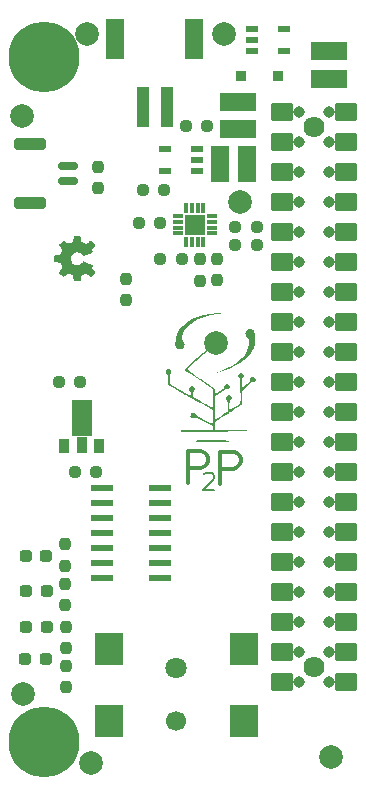
<source format=gbr>
%TF.GenerationSoftware,KiCad,Pcbnew,8.0.0*%
%TF.CreationDate,2024-03-17T21:06:16+08:00*%
%TF.ProjectId,Photon_Power_Zero_PCB_r1,50686f74-6f6e-45f5-906f-7765725f5a65,rev?*%
%TF.SameCoordinates,Original*%
%TF.FileFunction,Soldermask,Top*%
%TF.FilePolarity,Negative*%
%FSLAX46Y46*%
G04 Gerber Fmt 4.6, Leading zero omitted, Abs format (unit mm)*
G04 Created by KiCad (PCBNEW 8.0.0) date 2024-03-17 21:06:16*
%MOMM*%
%LPD*%
G01*
G04 APERTURE LIST*
G04 Aperture macros list*
%AMRoundRect*
0 Rectangle with rounded corners*
0 $1 Rounding radius*
0 $2 $3 $4 $5 $6 $7 $8 $9 X,Y pos of 4 corners*
0 Add a 4 corners polygon primitive as box body*
4,1,4,$2,$3,$4,$5,$6,$7,$8,$9,$2,$3,0*
0 Add four circle primitives for the rounded corners*
1,1,$1+$1,$2,$3*
1,1,$1+$1,$4,$5*
1,1,$1+$1,$6,$7*
1,1,$1+$1,$8,$9*
0 Add four rect primitives between the rounded corners*
20,1,$1+$1,$2,$3,$4,$5,0*
20,1,$1+$1,$4,$5,$6,$7,0*
20,1,$1+$1,$6,$7,$8,$9,0*
20,1,$1+$1,$8,$9,$2,$3,0*%
G04 Aperture macros list end*
%ADD10C,0.300000*%
%ADD11C,0.200000*%
%ADD12C,0.000000*%
%ADD13RoundRect,0.237500X-0.250000X-0.237500X0.250000X-0.237500X0.250000X0.237500X-0.250000X0.237500X0*%
%ADD14C,2.000000*%
%ADD15R,1.981200X0.558800*%
%ADD16RoundRect,0.237500X0.287500X0.237500X-0.287500X0.237500X-0.287500X-0.237500X0.287500X-0.237500X0*%
%ADD17RoundRect,0.237500X-0.237500X0.250000X-0.237500X-0.250000X0.237500X-0.250000X0.237500X0.250000X0*%
%ADD18R,1.000000X0.550000*%
%ADD19C,1.700000*%
%ADD20C,1.800000*%
%ADD21R,2.400000X2.800000*%
%ADD22C,6.000000*%
%ADD23C,0.970000*%
%ADD24C,1.780000*%
%ADD25RoundRect,0.102000X0.840000X-0.635000X0.840000X0.635000X-0.840000X0.635000X-0.840000X-0.635000X0*%
%ADD26R,3.050000X1.520000*%
%ADD27R,1.000000X3.500000*%
%ADD28R,1.500000X3.400000*%
%ADD29R,1.520000X3.050000*%
%ADD30RoundRect,0.237500X0.237500X-0.250000X0.237500X0.250000X-0.237500X0.250000X-0.237500X-0.250000X0*%
%ADD31R,0.900000X0.950000*%
%ADD32R,0.900000X1.300000*%
%ADD33R,0.900000X1.475000*%
%ADD34R,1.733000X3.125000*%
%ADD35RoundRect,0.007800X0.422200X0.122200X-0.422200X0.122200X-0.422200X-0.122200X0.422200X-0.122200X0*%
%ADD36RoundRect,0.007800X0.122200X-0.422200X0.122200X0.422200X-0.122200X0.422200X-0.122200X-0.422200X0*%
%ADD37R,1.680000X1.680000*%
%ADD38RoundRect,0.150000X-0.700000X0.150000X-0.700000X-0.150000X0.700000X-0.150000X0.700000X0.150000X0*%
%ADD39RoundRect,0.250000X-1.100000X0.250000X-1.100000X-0.250000X1.100000X-0.250000X1.100000X0.250000X0*%
G04 APERTURE END LIST*
D10*
X173251653Y-114143971D02*
X173251653Y-111443971D01*
X173251653Y-111443971D02*
X174394510Y-111443971D01*
X174394510Y-111443971D02*
X174680225Y-111572542D01*
X174680225Y-111572542D02*
X174823082Y-111701114D01*
X174823082Y-111701114D02*
X174965939Y-111958257D01*
X174965939Y-111958257D02*
X174965939Y-112343971D01*
X174965939Y-112343971D02*
X174823082Y-112601114D01*
X174823082Y-112601114D02*
X174680225Y-112729685D01*
X174680225Y-112729685D02*
X174394510Y-112858257D01*
X174394510Y-112858257D02*
X173251653Y-112858257D01*
X170501653Y-114083971D02*
X170501653Y-111383971D01*
X170501653Y-111383971D02*
X171644510Y-111383971D01*
X171644510Y-111383971D02*
X171930225Y-111512542D01*
X171930225Y-111512542D02*
X172073082Y-111641114D01*
X172073082Y-111641114D02*
X172215939Y-111898257D01*
X172215939Y-111898257D02*
X172215939Y-112283971D01*
X172215939Y-112283971D02*
X172073082Y-112541114D01*
X172073082Y-112541114D02*
X171930225Y-112669685D01*
X171930225Y-112669685D02*
X171644510Y-112798257D01*
X171644510Y-112798257D02*
X170501653Y-112798257D01*
D11*
X171847292Y-113348885D02*
X171918720Y-113277457D01*
X171918720Y-113277457D02*
X172061578Y-113206028D01*
X172061578Y-113206028D02*
X172418720Y-113206028D01*
X172418720Y-113206028D02*
X172561578Y-113277457D01*
X172561578Y-113277457D02*
X172633006Y-113348885D01*
X172633006Y-113348885D02*
X172704435Y-113491742D01*
X172704435Y-113491742D02*
X172704435Y-113634600D01*
X172704435Y-113634600D02*
X172633006Y-113848885D01*
X172633006Y-113848885D02*
X171775863Y-114706028D01*
X171775863Y-114706028D02*
X172704435Y-114706028D01*
D12*
%TO.C,G\u002A\u002A\u002A*%
G36*
X161214141Y-93162343D02*
G01*
X161276238Y-93162736D01*
X161322560Y-93163586D01*
X161355475Y-93165052D01*
X161377355Y-93167295D01*
X161390570Y-93170474D01*
X161397490Y-93174748D01*
X161400463Y-93180200D01*
X161404591Y-93197979D01*
X161411089Y-93230260D01*
X161418824Y-93271328D01*
X161422288Y-93290479D01*
X161441995Y-93399003D01*
X161458879Y-93487872D01*
X161473078Y-93557730D01*
X161484731Y-93609225D01*
X161493977Y-93643001D01*
X161500956Y-93659705D01*
X161502098Y-93661059D01*
X161514565Y-93667783D01*
X161542498Y-93680409D01*
X161582275Y-93697469D01*
X161630269Y-93717499D01*
X161682856Y-93739032D01*
X161736413Y-93760602D01*
X161787313Y-93780743D01*
X161831932Y-93797988D01*
X161866647Y-93810873D01*
X161887832Y-93817930D01*
X161892131Y-93818818D01*
X161903955Y-93812948D01*
X161931430Y-93795825D01*
X161973526Y-93768137D01*
X162029212Y-93730576D01*
X162097457Y-93683831D01*
X162177233Y-93628594D01*
X162208485Y-93606826D01*
X162245066Y-93582698D01*
X162277210Y-93563998D01*
X162300054Y-93553444D01*
X162306324Y-93552070D01*
X162319394Y-93559263D01*
X162344869Y-93579813D01*
X162381049Y-93612178D01*
X162426234Y-93654817D01*
X162478722Y-93706187D01*
X162503133Y-93730594D01*
X162558375Y-93786326D01*
X162600607Y-93829521D01*
X162631391Y-93862086D01*
X162652289Y-93885928D01*
X162664862Y-93902954D01*
X162670672Y-93915072D01*
X162671279Y-93924189D01*
X162668245Y-93932212D01*
X162668225Y-93932249D01*
X162658820Y-93947471D01*
X162639687Y-93976651D01*
X162612778Y-94016880D01*
X162580043Y-94065247D01*
X162543432Y-94118840D01*
X162533969Y-94132616D01*
X162497556Y-94186162D01*
X162465483Y-94234462D01*
X162439478Y-94274818D01*
X162421269Y-94304536D01*
X162412583Y-94320919D01*
X162412092Y-94322795D01*
X162416574Y-94336988D01*
X162428634Y-94364684D01*
X162446194Y-94401282D01*
X162458794Y-94426160D01*
X162478062Y-94465283D01*
X162492314Y-94497767D01*
X162499748Y-94519291D01*
X162500100Y-94525314D01*
X162489452Y-94531571D01*
X162462542Y-94544346D01*
X162422112Y-94562426D01*
X162370906Y-94584595D01*
X162311665Y-94609641D01*
X162276440Y-94624291D01*
X162197636Y-94656892D01*
X162110061Y-94693151D01*
X162020656Y-94730192D01*
X161936364Y-94765139D01*
X161864462Y-94794976D01*
X161805223Y-94819318D01*
X161752003Y-94840702D01*
X161707856Y-94857939D01*
X161675835Y-94869842D01*
X161658993Y-94875223D01*
X161657629Y-94875414D01*
X161645766Y-94867582D01*
X161626319Y-94846862D01*
X161603114Y-94817414D01*
X161598683Y-94811299D01*
X161525227Y-94722166D01*
X161445786Y-94652433D01*
X161359513Y-94601632D01*
X161265560Y-94569300D01*
X161163077Y-94554970D01*
X161129782Y-94554111D01*
X161029417Y-94562673D01*
X160937236Y-94589148D01*
X160851194Y-94634364D01*
X160769244Y-94699150D01*
X160767305Y-94700957D01*
X160699496Y-94777655D01*
X160648881Y-94863183D01*
X160615564Y-94955017D01*
X160599649Y-95050636D01*
X160601241Y-95147517D01*
X160620443Y-95243138D01*
X160657359Y-95334977D01*
X160712093Y-95420512D01*
X160736455Y-95449581D01*
X160813359Y-95520974D01*
X160899041Y-95573835D01*
X160993168Y-95608016D01*
X161095409Y-95623369D01*
X161128707Y-95624283D01*
X161231198Y-95616969D01*
X161323087Y-95594268D01*
X161406511Y-95555044D01*
X161483602Y-95498162D01*
X161556495Y-95422484D01*
X161591586Y-95377847D01*
X161617133Y-95345503D01*
X161639658Y-95320766D01*
X161655518Y-95307500D01*
X161659096Y-95306270D01*
X161671695Y-95310073D01*
X161700936Y-95320876D01*
X161744529Y-95337773D01*
X161800182Y-95359857D01*
X161865607Y-95386221D01*
X161938513Y-95415958D01*
X161999219Y-95440960D01*
X162079930Y-95474317D01*
X162158020Y-95506547D01*
X162230587Y-95536457D01*
X162294730Y-95562851D01*
X162347548Y-95584537D01*
X162386138Y-95600318D01*
X162401834Y-95606689D01*
X162449220Y-95626092D01*
X162479463Y-95641511D01*
X162494229Y-95657161D01*
X162495182Y-95677254D01*
X162483988Y-95706006D01*
X162462312Y-95747630D01*
X162459566Y-95752785D01*
X162439263Y-95792237D01*
X162423294Y-95825711D01*
X162413796Y-95848594D01*
X162412092Y-95855320D01*
X162417658Y-95867277D01*
X162433266Y-95893543D01*
X162457279Y-95931553D01*
X162488063Y-95978748D01*
X162523982Y-96032563D01*
X162545453Y-96064230D01*
X162583424Y-96120229D01*
X162617188Y-96170602D01*
X162645122Y-96212878D01*
X162665600Y-96244586D01*
X162677000Y-96263255D01*
X162678813Y-96267108D01*
X162671876Y-96276097D01*
X162652382Y-96297505D01*
X162622303Y-96329265D01*
X162583612Y-96369312D01*
X162538282Y-96415579D01*
X162502237Y-96451991D01*
X162449045Y-96504732D01*
X162401493Y-96550389D01*
X162361472Y-96587244D01*
X162330871Y-96613582D01*
X162311580Y-96627685D01*
X162306674Y-96629614D01*
X162291148Y-96623928D01*
X162263157Y-96608469D01*
X162226754Y-96585638D01*
X162188318Y-96559483D01*
X162118635Y-96510725D01*
X162054622Y-96466750D01*
X161998254Y-96428858D01*
X161951509Y-96398349D01*
X161916364Y-96376524D01*
X161894793Y-96364681D01*
X161889426Y-96362894D01*
X161875111Y-96366698D01*
X161845619Y-96377115D01*
X161804619Y-96392651D01*
X161755781Y-96411810D01*
X161702774Y-96433100D01*
X161649269Y-96455025D01*
X161598935Y-96476092D01*
X161555443Y-96494807D01*
X161522461Y-96509674D01*
X161503660Y-96519201D01*
X161501100Y-96521006D01*
X161495476Y-96534500D01*
X161487083Y-96565161D01*
X161476616Y-96609930D01*
X161464771Y-96665752D01*
X161452242Y-96729569D01*
X161445871Y-96763893D01*
X161433396Y-96830572D01*
X161421488Y-96890806D01*
X161410804Y-96941539D01*
X161402000Y-96979716D01*
X161395731Y-97002284D01*
X161393731Y-97006787D01*
X161385616Y-97010972D01*
X161367472Y-97014086D01*
X161337332Y-97016204D01*
X161293227Y-97017401D01*
X161233191Y-97017752D01*
X161155254Y-97017334D01*
X161125818Y-97017045D01*
X160868191Y-97014307D01*
X160850708Y-96927110D01*
X160842462Y-96885199D01*
X160831698Y-96829361D01*
X160819611Y-96765850D01*
X160807395Y-96700917D01*
X160802992Y-96677302D01*
X160792242Y-96621780D01*
X160782064Y-96573379D01*
X160773278Y-96535698D01*
X160766705Y-96512336D01*
X160764053Y-96506575D01*
X160750623Y-96498832D01*
X160721995Y-96485189D01*
X160681928Y-96467220D01*
X160634180Y-96446502D01*
X160582510Y-96424608D01*
X160530676Y-96403115D01*
X160482438Y-96383596D01*
X160441553Y-96367627D01*
X160411782Y-96356783D01*
X160396881Y-96352640D01*
X160396690Y-96352635D01*
X160383369Y-96358246D01*
X160355864Y-96373978D01*
X160316795Y-96398187D01*
X160268783Y-96429225D01*
X160214450Y-96465446D01*
X160182306Y-96487333D01*
X160125445Y-96526016D01*
X160073396Y-96560816D01*
X160028802Y-96590010D01*
X159994312Y-96611880D01*
X159972570Y-96624706D01*
X159967011Y-96627280D01*
X159956655Y-96625028D01*
X159938914Y-96613558D01*
X159912459Y-96591707D01*
X159875961Y-96558308D01*
X159828091Y-96512197D01*
X159769535Y-96454223D01*
X159720169Y-96404418D01*
X159676037Y-96358935D01*
X159639122Y-96319899D01*
X159611408Y-96289431D01*
X159594877Y-96269652D01*
X159591010Y-96263149D01*
X159596624Y-96251442D01*
X159612390Y-96225415D01*
X159636692Y-96187553D01*
X159667917Y-96140344D01*
X159704448Y-96086274D01*
X159730977Y-96047611D01*
X159770417Y-95990080D01*
X159805921Y-95937537D01*
X159835813Y-95892527D01*
X159858414Y-95857592D01*
X159872048Y-95835277D01*
X159875312Y-95828726D01*
X159872915Y-95814681D01*
X159863870Y-95785573D01*
X159849664Y-95745175D01*
X159831786Y-95697258D01*
X159811724Y-95645593D01*
X159790969Y-95593951D01*
X159771008Y-95546106D01*
X159753330Y-95505827D01*
X159739424Y-95476887D01*
X159731091Y-95463361D01*
X159718074Y-95458171D01*
X159687753Y-95450022D01*
X159643019Y-95439568D01*
X159586764Y-95427461D01*
X159521881Y-95414354D01*
X159469315Y-95404265D01*
X159400081Y-95391114D01*
X159337473Y-95378932D01*
X159284340Y-95368296D01*
X159243527Y-95359784D01*
X159217882Y-95353972D01*
X159210288Y-95351718D01*
X159207793Y-95340329D01*
X159205559Y-95311253D01*
X159203685Y-95267321D01*
X159202269Y-95211362D01*
X159201409Y-95146206D01*
X159201188Y-95090017D01*
X159201224Y-95011089D01*
X159201476Y-94950218D01*
X159202157Y-94904941D01*
X159203481Y-94872798D01*
X159205661Y-94851329D01*
X159208912Y-94838071D01*
X159213446Y-94830564D01*
X159219479Y-94826347D01*
X159224269Y-94824219D01*
X159240774Y-94819617D01*
X159274260Y-94812096D01*
X159321504Y-94802315D01*
X159379283Y-94790931D01*
X159444375Y-94778602D01*
X159477748Y-94772455D01*
X159544601Y-94760023D01*
X159605119Y-94748328D01*
X159656229Y-94737999D01*
X159694854Y-94729667D01*
X159717920Y-94723962D01*
X159722702Y-94722267D01*
X159730459Y-94710962D01*
X159744171Y-94684269D01*
X159762256Y-94645881D01*
X159783128Y-94599491D01*
X159805205Y-94548793D01*
X159826904Y-94497480D01*
X159846639Y-94449245D01*
X159862829Y-94407782D01*
X159873888Y-94376783D01*
X159878235Y-94359943D01*
X159878247Y-94359498D01*
X159872650Y-94347810D01*
X159856916Y-94321734D01*
X159832630Y-94283719D01*
X159801377Y-94236215D01*
X159764743Y-94181674D01*
X159734629Y-94137534D01*
X159695014Y-94079404D01*
X159659585Y-94026572D01*
X159629922Y-93981465D01*
X159607610Y-93946514D01*
X159594231Y-93924147D01*
X159591010Y-93917077D01*
X159598083Y-93906067D01*
X159617665Y-93883446D01*
X159647299Y-93851639D01*
X159684530Y-93813072D01*
X159726901Y-93770170D01*
X159771956Y-93725358D01*
X159817240Y-93681061D01*
X159860295Y-93639703D01*
X159898667Y-93603711D01*
X159929898Y-93575509D01*
X159951533Y-93557522D01*
X159960685Y-93552070D01*
X159973712Y-93556775D01*
X159999515Y-93571191D01*
X160038783Y-93595768D01*
X160092210Y-93630956D01*
X160160485Y-93677206D01*
X160244301Y-93734966D01*
X160285303Y-93763462D01*
X160324573Y-93789909D01*
X160358735Y-93811252D01*
X160383729Y-93825058D01*
X160394665Y-93829049D01*
X160407723Y-93825169D01*
X160435890Y-93814560D01*
X160475504Y-93798769D01*
X160522898Y-93779342D01*
X160574410Y-93757827D01*
X160626375Y-93735770D01*
X160675129Y-93714718D01*
X160717007Y-93696217D01*
X160748346Y-93681815D01*
X160765482Y-93673057D01*
X160767332Y-93671736D01*
X160770646Y-93660559D01*
X160777068Y-93632068D01*
X160786011Y-93589130D01*
X160796886Y-93534610D01*
X160809106Y-93471377D01*
X160817177Y-93428640D01*
X160829997Y-93360778D01*
X160841842Y-93299240D01*
X160852114Y-93247034D01*
X160860217Y-93207171D01*
X160865553Y-93182659D01*
X160867183Y-93176562D01*
X160872186Y-93172056D01*
X160884762Y-93168564D01*
X160907083Y-93165971D01*
X160941316Y-93164159D01*
X160989633Y-93163012D01*
X161054202Y-93162414D01*
X161133898Y-93162248D01*
X161214141Y-93162343D01*
G37*
G36*
X172896080Y-104757812D02*
G01*
X172878040Y-104775852D01*
X172860000Y-104757812D01*
X172878040Y-104739772D01*
X172896080Y-104757812D01*
G37*
G36*
X172098627Y-110465141D02*
G01*
X172382821Y-110466390D01*
X172670582Y-110468273D01*
X173012072Y-110470978D01*
X173288313Y-110473683D01*
X173506215Y-110476811D01*
X173672689Y-110480786D01*
X173794642Y-110486033D01*
X173878986Y-110492977D01*
X173932628Y-110502040D01*
X173962480Y-110513649D01*
X173975450Y-110528226D01*
X173978448Y-110546197D01*
X173978466Y-110548579D01*
X173976194Y-110566981D01*
X173964772Y-110581940D01*
X173937289Y-110593879D01*
X173886838Y-110603223D01*
X173806507Y-110610397D01*
X173689388Y-110615823D01*
X173528571Y-110619928D01*
X173317146Y-110623134D01*
X173048204Y-110625867D01*
X172714835Y-110628550D01*
X172670582Y-110628885D01*
X172367265Y-110630853D01*
X172084365Y-110632062D01*
X171830581Y-110632524D01*
X171614614Y-110632249D01*
X171445162Y-110631247D01*
X171330926Y-110629529D01*
X171281520Y-110627249D01*
X171213887Y-110591926D01*
X171200341Y-110548579D01*
X171231435Y-110488226D01*
X171281520Y-110469910D01*
X171335428Y-110467521D01*
X171452792Y-110465840D01*
X171624914Y-110464876D01*
X171843092Y-110464640D01*
X172098627Y-110465141D01*
G37*
G36*
X173615856Y-99669381D02*
G01*
X173625753Y-99671748D01*
X173599631Y-99674149D01*
X172957000Y-99744774D01*
X172369154Y-99861390D01*
X171835002Y-100024329D01*
X171353451Y-100233922D01*
X170929744Y-100486126D01*
X170758203Y-100607588D01*
X170629464Y-100708530D01*
X170524593Y-100805790D01*
X170424655Y-100916204D01*
X170365754Y-100987618D01*
X170202970Y-101224240D01*
X170086393Y-101468529D01*
X170024364Y-101702251D01*
X170019358Y-101744793D01*
X170011960Y-101864538D01*
X170022779Y-101941243D01*
X170060327Y-102003371D01*
X170113591Y-102059972D01*
X170184609Y-102143070D01*
X170217710Y-102226601D01*
X170226178Y-102345123D01*
X170226193Y-102352972D01*
X170218418Y-102475232D01*
X170186732Y-102559982D01*
X170119501Y-102640061D01*
X169976320Y-102738214D01*
X169813453Y-102767015D01*
X169705410Y-102750315D01*
X169560509Y-102678650D01*
X169464331Y-102561337D01*
X169422498Y-102410606D01*
X169440634Y-102238683D01*
X169452676Y-102200784D01*
X169485472Y-102078022D01*
X169511840Y-101925797D01*
X169521435Y-101835369D01*
X169572041Y-101537774D01*
X169681293Y-101262888D01*
X169853785Y-101001802D01*
X170073466Y-100765008D01*
X170427767Y-100476884D01*
X170837643Y-100230171D01*
X171298503Y-100026443D01*
X171805755Y-99867275D01*
X172354809Y-99754240D01*
X172941074Y-99688912D01*
X173254601Y-99674429D01*
X173422840Y-99670727D01*
X173545739Y-99669043D01*
X173615856Y-99669381D01*
G37*
G36*
X175934135Y-101070979D02*
G01*
X175940676Y-101073649D01*
X176021032Y-101111846D01*
X176080448Y-101156832D01*
X176121878Y-101219285D01*
X176148279Y-101309886D01*
X176162606Y-101439313D01*
X176167814Y-101618245D01*
X176166861Y-101857362D01*
X176166486Y-101889488D01*
X176163337Y-102110930D01*
X176158695Y-102274702D01*
X176150510Y-102395292D01*
X176136728Y-102487187D01*
X176115297Y-102564874D01*
X176084166Y-102642841D01*
X176048937Y-102719318D01*
X175852336Y-103056021D01*
X175589229Y-103375912D01*
X175263936Y-103676000D01*
X174880775Y-103953294D01*
X174444064Y-104204803D01*
X173958122Y-104427535D01*
X173427266Y-104618501D01*
X173215243Y-104681952D01*
X173083485Y-104718338D01*
X173008545Y-104735155D01*
X172978127Y-104733569D01*
X172979931Y-104714750D01*
X172986278Y-104703693D01*
X173036137Y-104675509D01*
X173094517Y-104667613D01*
X173170068Y-104653994D01*
X173202756Y-104631534D01*
X173254930Y-104598403D01*
X173277437Y-104595454D01*
X173350186Y-104578328D01*
X173472630Y-104531081D01*
X173632109Y-104459906D01*
X173815965Y-104370999D01*
X174011536Y-104270554D01*
X174206165Y-104164767D01*
X174387192Y-104059832D01*
X174447500Y-104022892D01*
X174642251Y-103884954D01*
X174856800Y-103704583D01*
X175070532Y-103499126D01*
X175073547Y-103496024D01*
X175321784Y-103213117D01*
X175505259Y-102938443D01*
X175628759Y-102661002D01*
X175697070Y-102369791D01*
X175714981Y-102053812D01*
X175714278Y-102023570D01*
X175700048Y-101923184D01*
X175651259Y-101857324D01*
X175589706Y-101815912D01*
X175466985Y-101710715D01*
X175400977Y-101568863D01*
X175385568Y-101423622D01*
X175417448Y-101271531D01*
X175503150Y-101150824D01*
X175627769Y-101070898D01*
X175776399Y-101041151D01*
X175934135Y-101070979D01*
G37*
G36*
X173069358Y-101596451D02*
G01*
X173232965Y-101677620D01*
X173368331Y-101802366D01*
X173463826Y-101966411D01*
X173507819Y-102165475D01*
X173509432Y-102214204D01*
X173478114Y-102423059D01*
X173382095Y-102602670D01*
X173281060Y-102709082D01*
X173117215Y-102809708D01*
X172927298Y-102858225D01*
X172732284Y-102853413D01*
X172553146Y-102794055D01*
X172490922Y-102754979D01*
X172415843Y-102706269D01*
X172367180Y-102701383D01*
X172325083Y-102729416D01*
X172096959Y-102928637D01*
X171861951Y-103136248D01*
X171626268Y-103346549D01*
X171396118Y-103553843D01*
X171177709Y-103752430D01*
X170977247Y-103936613D01*
X170800943Y-104100693D01*
X170655002Y-104238971D01*
X170545633Y-104345748D01*
X170479044Y-104415328D01*
X170460710Y-104440815D01*
X170489426Y-104472636D01*
X170571324Y-104540477D01*
X170700030Y-104639617D01*
X170869171Y-104765332D01*
X171072373Y-104912900D01*
X171303262Y-105077598D01*
X171555465Y-105254703D01*
X171615256Y-105296306D01*
X172769801Y-106098280D01*
X172780470Y-106339055D01*
X172788059Y-106460256D01*
X172797711Y-106546743D01*
X172807337Y-106579829D01*
X172807357Y-106579829D01*
X172841089Y-106559941D01*
X172921583Y-106505610D01*
X173037242Y-106424840D01*
X173176473Y-106325633D01*
X173195016Y-106312291D01*
X173350414Y-106198845D01*
X173457003Y-106115230D01*
X173525404Y-106050354D01*
X173566241Y-105993127D01*
X173590138Y-105932459D01*
X173601083Y-105888357D01*
X173655960Y-105752545D01*
X173742820Y-105674641D01*
X173853301Y-105659808D01*
X173930702Y-105684892D01*
X174030400Y-105763877D01*
X174072643Y-105863090D01*
X174062064Y-105965986D01*
X174003296Y-106056021D01*
X173900970Y-106116651D01*
X173805304Y-106132752D01*
X173736796Y-106140543D01*
X173663271Y-106164519D01*
X173572649Y-106211177D01*
X173452849Y-106287012D01*
X173291791Y-106398523D01*
X173231995Y-106441067D01*
X172805881Y-106745464D01*
X172796281Y-107726993D01*
X172794343Y-107984659D01*
X172793714Y-108217032D01*
X172794327Y-108414851D01*
X172796118Y-108568857D01*
X172799019Y-108669790D01*
X172802967Y-108708391D01*
X172803237Y-108708522D01*
X172842428Y-108689709D01*
X172929306Y-108638534D01*
X173051678Y-108562895D01*
X173197346Y-108470691D01*
X173354115Y-108369818D01*
X173509790Y-108268174D01*
X173652175Y-108173658D01*
X173769073Y-108094167D01*
X173848290Y-108037600D01*
X173877121Y-108013092D01*
X173888778Y-107960365D01*
X173898183Y-107852679D01*
X173904184Y-107707224D01*
X173905754Y-107585902D01*
X173904103Y-107406992D01*
X173896973Y-107284237D01*
X173882023Y-107201700D01*
X173856910Y-107143446D01*
X173836384Y-107114021D01*
X173756786Y-106979581D01*
X173744857Y-106860210D01*
X173798647Y-106749645D01*
X173899650Y-106667997D01*
X174011172Y-106653902D01*
X174118369Y-106707361D01*
X174158284Y-106749645D01*
X174213508Y-106867586D01*
X174198012Y-106985436D01*
X174112895Y-107096113D01*
X174103240Y-107104338D01*
X174059723Y-107146230D01*
X174033555Y-107195204D01*
X174020609Y-107269395D01*
X174016761Y-107386941D01*
X174017081Y-107483173D01*
X174018938Y-107657542D01*
X174027195Y-107776919D01*
X174050938Y-107844206D01*
X174099253Y-107862306D01*
X174181226Y-107834119D01*
X174305943Y-107762548D01*
X174482489Y-107650495D01*
X174501986Y-107638042D01*
X174658858Y-107536663D01*
X174793462Y-107447322D01*
X174894205Y-107377895D01*
X174949491Y-107336256D01*
X174955945Y-107329723D01*
X174960956Y-107286530D01*
X174964385Y-107180768D01*
X174966186Y-107022011D01*
X174966311Y-106819831D01*
X174964715Y-106583803D01*
X174961351Y-106323500D01*
X174960945Y-106298268D01*
X174955931Y-106003508D01*
X174951166Y-105772248D01*
X174945879Y-105595835D01*
X174939296Y-105465618D01*
X174930646Y-105372942D01*
X174919155Y-105309158D01*
X174904052Y-105265611D01*
X174884564Y-105233650D01*
X174863684Y-105208806D01*
X174800137Y-105126654D01*
X174760533Y-105055322D01*
X174760433Y-105055041D01*
X174758970Y-104955210D01*
X174809662Y-104859739D01*
X174893992Y-104787135D01*
X174993443Y-104755902D01*
X175051405Y-104764264D01*
X175170647Y-104837037D01*
X175232113Y-104940747D01*
X175231749Y-105059724D01*
X175165500Y-105178301D01*
X175160071Y-105184278D01*
X175123141Y-105229794D01*
X175100234Y-105280889D01*
X175088803Y-105354098D01*
X175086300Y-105465956D01*
X175090179Y-105632999D01*
X175090308Y-105637131D01*
X175097862Y-105789638D01*
X175109177Y-105910935D01*
X175122518Y-105985845D01*
X175132105Y-106002556D01*
X175169559Y-105979957D01*
X175248823Y-105918478D01*
X175358149Y-105827600D01*
X175481484Y-105720610D01*
X175622492Y-105593025D01*
X175715274Y-105500378D01*
X175768092Y-105432705D01*
X175789206Y-105380044D01*
X175789796Y-105348759D01*
X175808237Y-105238342D01*
X175875937Y-105139674D01*
X175972765Y-105076094D01*
X176035000Y-105064488D01*
X176141770Y-105095704D01*
X176226612Y-105174387D01*
X176271214Y-105278087D01*
X176269182Y-105351563D01*
X176215238Y-105470342D01*
X176120983Y-105531811D01*
X176008505Y-105543806D01*
X175935520Y-105548080D01*
X175866326Y-105571787D01*
X175784536Y-105624072D01*
X175673763Y-105714082D01*
X175620085Y-105760583D01*
X175487433Y-105878934D01*
X175357089Y-105999192D01*
X175251890Y-106100178D01*
X175228495Y-106123707D01*
X175089461Y-106266005D01*
X175102216Y-106824893D01*
X175114972Y-107383781D01*
X175024773Y-107448441D01*
X174967403Y-107487774D01*
X174863498Y-107557408D01*
X174726937Y-107648186D01*
X174571601Y-107750949D01*
X174411369Y-107856541D01*
X174260121Y-107955804D01*
X174131737Y-108039581D01*
X174040097Y-108098714D01*
X174017666Y-108112899D01*
X173969792Y-108142807D01*
X173871542Y-108204180D01*
X173733744Y-108290255D01*
X173567223Y-108394269D01*
X173392173Y-108503609D01*
X173212381Y-108617963D01*
X173055583Y-108721608D01*
X172931472Y-108807814D01*
X172849742Y-108869852D01*
X172820098Y-108900795D01*
X172816964Y-108954203D01*
X172811889Y-109060363D01*
X172805780Y-109199927D01*
X172803333Y-109258735D01*
X172790391Y-109574431D01*
X174142099Y-109574431D01*
X174489733Y-109574531D01*
X174772010Y-109575071D01*
X174995732Y-109576412D01*
X175167701Y-109578915D01*
X175294720Y-109582941D01*
X175383590Y-109588850D01*
X175441114Y-109597003D01*
X175474093Y-109607762D01*
X175489330Y-109621487D01*
X175493628Y-109638538D01*
X175493807Y-109646138D01*
X175492553Y-109659571D01*
X175485579Y-109671234D01*
X175468068Y-109681271D01*
X175435202Y-109689827D01*
X175382164Y-109697049D01*
X175304137Y-109703080D01*
X175196302Y-109708065D01*
X175053843Y-109712151D01*
X174871941Y-109715481D01*
X174645780Y-109718200D01*
X174370542Y-109720455D01*
X174041409Y-109722389D01*
X173653564Y-109724147D01*
X173202189Y-109725876D01*
X172796861Y-109727317D01*
X172360342Y-109728695D01*
X171943592Y-109729711D01*
X171552426Y-109730367D01*
X171192656Y-109730669D01*
X170870095Y-109730622D01*
X170590558Y-109730228D01*
X170359856Y-109729493D01*
X170183804Y-109728421D01*
X170068214Y-109727016D01*
X170018900Y-109725283D01*
X170018736Y-109725260D01*
X169950868Y-109689521D01*
X169937557Y-109644081D01*
X169963021Y-109586686D01*
X170018736Y-109573563D01*
X170072898Y-109573408D01*
X170190376Y-109573357D01*
X170362328Y-109573405D01*
X170579912Y-109573547D01*
X170834284Y-109573776D01*
X171116603Y-109574088D01*
X171371719Y-109574413D01*
X172643523Y-109576131D01*
X172643523Y-109433540D01*
X172631828Y-109329531D01*
X172602910Y-109253030D01*
X172594936Y-109243273D01*
X172549022Y-109213567D01*
X172448570Y-109157873D01*
X172303989Y-109081652D01*
X172125688Y-108990364D01*
X171924074Y-108889470D01*
X171864325Y-108859977D01*
X171637709Y-108748699D01*
X171466322Y-108665975D01*
X171340658Y-108608474D01*
X171251213Y-108572865D01*
X171188482Y-108555821D01*
X171142960Y-108554009D01*
X171105141Y-108564102D01*
X171068622Y-108581218D01*
X170942924Y-108613893D01*
X170836703Y-108588905D01*
X170759691Y-108520087D01*
X170721619Y-108421273D01*
X170732218Y-108306298D01*
X170796502Y-108194389D01*
X170879818Y-108144421D01*
X170984836Y-108140345D01*
X171088578Y-108174530D01*
X171168070Y-108239344D01*
X171200334Y-108327156D01*
X171200341Y-108328521D01*
X171232641Y-108363032D01*
X171326361Y-108423588D01*
X171476729Y-108507500D01*
X171678973Y-108612079D01*
X171876832Y-108709748D01*
X172080890Y-108808345D01*
X172263421Y-108895734D01*
X172414304Y-108967137D01*
X172523414Y-109017772D01*
X172580630Y-109042857D01*
X172585962Y-109044650D01*
X172598048Y-109012958D01*
X172610181Y-108921146D01*
X172621314Y-108781245D01*
X172630400Y-108605284D01*
X172634421Y-108487874D01*
X172650241Y-107924470D01*
X172547663Y-107853539D01*
X172482356Y-107812792D01*
X172366201Y-107744716D01*
X172210054Y-107655332D01*
X172024775Y-107550661D01*
X171821221Y-107436723D01*
X171610250Y-107319540D01*
X171402721Y-107205132D01*
X171209491Y-107099519D01*
X171041418Y-107008724D01*
X170909361Y-106938765D01*
X170824176Y-106895665D01*
X170803695Y-106886505D01*
X170739450Y-106855950D01*
X170626936Y-106797039D01*
X170480409Y-106717436D01*
X170314127Y-106624806D01*
X170261341Y-106594951D01*
X170054485Y-106477710D01*
X169813066Y-106341161D01*
X169565439Y-106201325D01*
X169339956Y-106074225D01*
X169315185Y-106060281D01*
X168819091Y-105781086D01*
X168819091Y-105352674D01*
X168817835Y-105166991D01*
X168812832Y-105040170D01*
X168802228Y-104958939D01*
X168784167Y-104910023D01*
X168756797Y-104880152D01*
X168752658Y-104877116D01*
X168681513Y-104806268D01*
X168644548Y-104751406D01*
X168622756Y-104643039D01*
X168657456Y-104537163D01*
X168735325Y-104454505D01*
X168843038Y-104415792D01*
X168860762Y-104415056D01*
X168975853Y-104444671D01*
X169059028Y-104520498D01*
X169102133Y-104623014D01*
X169097012Y-104732695D01*
X169035511Y-104830017D01*
X169034480Y-104830956D01*
X169002717Y-104865883D01*
X168982308Y-104911379D01*
X168971343Y-104981895D01*
X168967912Y-105091880D01*
X168970102Y-105255787D01*
X168971341Y-105308392D01*
X168981449Y-105719541D01*
X169842200Y-106203805D01*
X170069319Y-106330945D01*
X170276316Y-106445603D01*
X170454763Y-106543208D01*
X170596232Y-106619190D01*
X170692298Y-106668979D01*
X170734533Y-106688004D01*
X170735169Y-106688068D01*
X170755131Y-106655997D01*
X170766434Y-106575648D01*
X170767386Y-106539938D01*
X170742547Y-106391149D01*
X170677188Y-106284613D01*
X170603577Y-106168424D01*
X170597031Y-106066280D01*
X170657489Y-105965746D01*
X170675548Y-105946797D01*
X170783369Y-105872653D01*
X170889165Y-105870430D01*
X170996750Y-105940130D01*
X171003543Y-105946797D01*
X171077611Y-106054309D01*
X171079906Y-106159841D01*
X171010409Y-106267727D01*
X171001903Y-106276433D01*
X170947692Y-106343824D01*
X170920488Y-106423144D01*
X170912047Y-106541507D01*
X170911884Y-106572449D01*
X170912064Y-106778267D01*
X171588376Y-107156160D01*
X171802164Y-107275475D01*
X172007018Y-107389548D01*
X172190119Y-107491259D01*
X172338648Y-107573490D01*
X172439787Y-107629123D01*
X172454105Y-107636923D01*
X172643523Y-107739794D01*
X172643523Y-106949482D01*
X172643523Y-106159170D01*
X171503196Y-105368292D01*
X171246463Y-105190619D01*
X171006313Y-105025160D01*
X170789665Y-104876626D01*
X170603436Y-104749729D01*
X170454544Y-104649178D01*
X170349908Y-104579687D01*
X170296445Y-104545966D01*
X170293073Y-104544190D01*
X170241400Y-104499423D01*
X170233755Y-104465886D01*
X170262220Y-104432492D01*
X170338789Y-104356843D01*
X170457495Y-104244468D01*
X170612368Y-104100893D01*
X170797441Y-103931645D01*
X171006744Y-103742252D01*
X171234309Y-103538240D01*
X171266103Y-103509881D01*
X171532958Y-103271346D01*
X171750008Y-103075606D01*
X171921885Y-102918092D01*
X172053222Y-102794232D01*
X172148651Y-102699457D01*
X172212803Y-102629195D01*
X172250312Y-102578876D01*
X172265808Y-102543930D01*
X172265430Y-102523839D01*
X172216313Y-102273181D01*
X172230143Y-102056040D01*
X172307237Y-101870091D01*
X172365122Y-101793144D01*
X172525392Y-101657206D01*
X172703941Y-101581965D01*
X172889139Y-101563140D01*
X173069358Y-101596451D01*
G37*
%TD*%
D13*
%TO.C,R1*%
X170337500Y-83840000D03*
X172162500Y-83840000D03*
%TD*%
D14*
%TO.C,FID1*%
X161960000Y-76110000D03*
%TD*%
D15*
%TO.C,U1*%
X168150000Y-114545000D03*
X168150000Y-115815000D03*
X168150000Y-117085000D03*
X168150000Y-118355000D03*
X168150000Y-119625000D03*
X168150000Y-120895000D03*
X168150000Y-122165000D03*
X163222400Y-122165000D03*
X163222400Y-120895000D03*
X163222400Y-115815000D03*
X163222400Y-117085000D03*
X163222400Y-119625000D03*
X163222400Y-118355000D03*
X163222400Y-114545000D03*
%TD*%
D16*
%TO.C,D1*%
X158510000Y-128980000D03*
X156760000Y-128980000D03*
%TD*%
D14*
%TO.C,FID4*%
X182660000Y-137310000D03*
%TD*%
D13*
%TO.C,C1*%
X166357500Y-92110000D03*
X168182500Y-92110000D03*
%TD*%
D17*
%TO.C,R4*%
X173010000Y-95107500D03*
X173010000Y-96932500D03*
%TD*%
D13*
%TO.C,R1*%
X174537500Y-92410000D03*
X176362500Y-92410000D03*
%TD*%
D18*
%TO.C,U4*%
X168550000Y-85770000D03*
X171250000Y-85770000D03*
X171250000Y-86720000D03*
X168550000Y-87670000D03*
X171250000Y-87670000D03*
%TD*%
D19*
%TO.C,J3*%
X169520000Y-134270000D03*
D20*
X169520000Y-129770000D03*
D21*
X163820000Y-128170000D03*
X163820000Y-134270000D03*
X175220000Y-134270000D03*
X175220000Y-128170000D03*
%TD*%
D14*
%TO.C,FID3*%
X156480000Y-82990000D03*
%TD*%
D13*
%TO.C,R1*%
X174537500Y-93920000D03*
X176362500Y-93920000D03*
%TD*%
D22*
%TO.C,REF\u002A\u002A*%
X158340000Y-77980000D03*
X158340000Y-135980000D03*
D23*
X179900000Y-82680000D03*
X179900000Y-85220000D03*
X179900000Y-87760000D03*
X179900000Y-90300000D03*
X179900000Y-92840000D03*
X179900000Y-95380000D03*
X179900000Y-97920000D03*
X179900000Y-100460000D03*
X179900000Y-103000000D03*
X179900000Y-105540000D03*
X179900000Y-108080000D03*
X179900000Y-110620000D03*
X179900000Y-113160000D03*
X179900000Y-115700000D03*
X179900000Y-118240000D03*
X179900000Y-120780000D03*
X179900000Y-123320000D03*
X179900000Y-125860000D03*
X179900000Y-128400000D03*
X179900000Y-130940000D03*
D24*
X181170000Y-83950000D03*
X181170000Y-129670000D03*
D23*
X182440000Y-82680000D03*
X182440000Y-85220000D03*
X182440000Y-87760000D03*
X182440000Y-90300000D03*
X182440000Y-92840000D03*
X182440000Y-95380000D03*
X182440000Y-97920000D03*
X182440000Y-100460000D03*
X182440000Y-103000000D03*
X182440000Y-105540000D03*
X182440000Y-108080000D03*
X182440000Y-110620000D03*
X182440000Y-113160000D03*
X182440000Y-115700000D03*
X182440000Y-118240000D03*
X182440000Y-120780000D03*
X182440000Y-123320000D03*
X182440000Y-125860000D03*
X182440000Y-128400000D03*
X182440000Y-130940000D03*
D25*
X183890000Y-82680000D03*
X178450000Y-82680000D03*
X183890000Y-85220000D03*
X178450000Y-85220000D03*
X178450000Y-87760000D03*
X183890000Y-90300000D03*
X178450000Y-90300000D03*
X183890000Y-92840000D03*
X183890000Y-95380000D03*
X178450000Y-95380000D03*
X178450000Y-97920000D03*
X183890000Y-100460000D03*
X178450000Y-100460000D03*
X183890000Y-103000000D03*
X178450000Y-103000000D03*
X178450000Y-105540000D03*
X183890000Y-108080000D03*
X178450000Y-108080000D03*
X183890000Y-110620000D03*
X178450000Y-110620000D03*
X183890000Y-113160000D03*
X183890000Y-115700000D03*
X178450000Y-115700000D03*
X178450000Y-118240000D03*
X183890000Y-120780000D03*
X178450000Y-120780000D03*
X178450000Y-123320000D03*
X183890000Y-125860000D03*
X178450000Y-125860000D03*
X183890000Y-128400000D03*
X178450000Y-128400000D03*
X183890000Y-130940000D03*
X178450000Y-92840000D03*
X178450000Y-113160000D03*
X178450000Y-130940000D03*
X183890000Y-87760000D03*
X183890000Y-97920000D03*
X183890000Y-105540000D03*
X183890000Y-118240000D03*
X183890000Y-123320000D03*
%TD*%
D13*
%TO.C,C1*%
X166677500Y-89310000D03*
X168502500Y-89310000D03*
%TD*%
D26*
%TO.C,L1*%
X174770000Y-84140000D03*
X174770000Y-81850000D03*
%TD*%
D14*
%TO.C,FID2*%
X173570000Y-76110000D03*
%TD*%
D27*
%TO.C,J1*%
X168700000Y-82260000D03*
X166700000Y-82260000D03*
D28*
X171050000Y-76510000D03*
X164350000Y-76510000D03*
%TD*%
D14*
%TO.C,FID7*%
X174930000Y-90270000D03*
%TD*%
D16*
%TO.C,D1*%
X158527500Y-120260000D03*
X156777500Y-120260000D03*
%TD*%
D29*
%TO.C,C3*%
X173230000Y-87050000D03*
X175520000Y-87050000D03*
%TD*%
D14*
%TO.C,FID5*%
X162340000Y-137830000D03*
%TD*%
D26*
%TO.C,C3*%
X182470000Y-79840000D03*
X182470000Y-77550000D03*
%TD*%
D30*
%TO.C,R4*%
X165310000Y-98595000D03*
X165310000Y-96770000D03*
%TD*%
D16*
%TO.C,D1*%
X158540000Y-126250000D03*
X156790000Y-126250000D03*
%TD*%
D31*
%TO.C,D2*%
X175030000Y-79620000D03*
X178180000Y-79620000D03*
%TD*%
D13*
%TO.C,C1*%
X160937500Y-113140000D03*
X162762500Y-113140000D03*
%TD*%
D32*
%TO.C,U2*%
X160020000Y-110957500D03*
D33*
X161520000Y-110870000D03*
D34*
X161520000Y-108570000D03*
D32*
X163020000Y-110957500D03*
%TD*%
D13*
%TO.C,C1*%
X159577500Y-105510000D03*
X161402500Y-105510000D03*
%TD*%
D17*
%TO.C,R2*%
X160120000Y-119245000D03*
X160120000Y-121070000D03*
%TD*%
%TO.C,R2*%
X160150000Y-126240000D03*
X160150000Y-128065000D03*
%TD*%
D30*
%TO.C,R2*%
X160150000Y-131395000D03*
X160150000Y-129570000D03*
%TD*%
D13*
%TO.C,C1*%
X168157500Y-95090000D03*
X169982500Y-95090000D03*
%TD*%
D35*
%TO.C,U3*%
X172515000Y-92455000D03*
X172515000Y-91955000D03*
X172515000Y-91455000D03*
X169645000Y-91455000D03*
D36*
X171330000Y-90770000D03*
X171830000Y-90770000D03*
X170330000Y-90770000D03*
D35*
X169645000Y-92955000D03*
D36*
X170330000Y-93640000D03*
X171830000Y-93640000D03*
D35*
X169645000Y-92455000D03*
X169645000Y-91955000D03*
D36*
X170830000Y-90770000D03*
X171330000Y-93640000D03*
X170830000Y-93640000D03*
D35*
X172515000Y-92955000D03*
D37*
X171080000Y-92205000D03*
%TD*%
D14*
%TO.C,FID6*%
X156550000Y-131980000D03*
%TD*%
D17*
%TO.C,R1*%
X171500000Y-95120000D03*
X171500000Y-96945000D03*
%TD*%
D16*
%TO.C,D1*%
X158562500Y-123210000D03*
X156812500Y-123210000D03*
%TD*%
D18*
%TO.C,U5*%
X175980000Y-76560000D03*
X178680000Y-75610000D03*
X175980000Y-77510000D03*
X175980000Y-75610000D03*
X178680000Y-77510000D03*
%TD*%
D14*
%TO.C,FID7*%
X172860000Y-102230000D03*
%TD*%
D30*
%TO.C,R1*%
X162930000Y-89112500D03*
X162930000Y-87287500D03*
%TD*%
D17*
%TO.C,R2*%
X160140000Y-122595000D03*
X160140000Y-124420000D03*
%TD*%
D38*
%TO.C,J2*%
X160346000Y-87259000D03*
X160346000Y-88509000D03*
D39*
X157146000Y-85409000D03*
X157146000Y-90359000D03*
%TD*%
M02*

</source>
